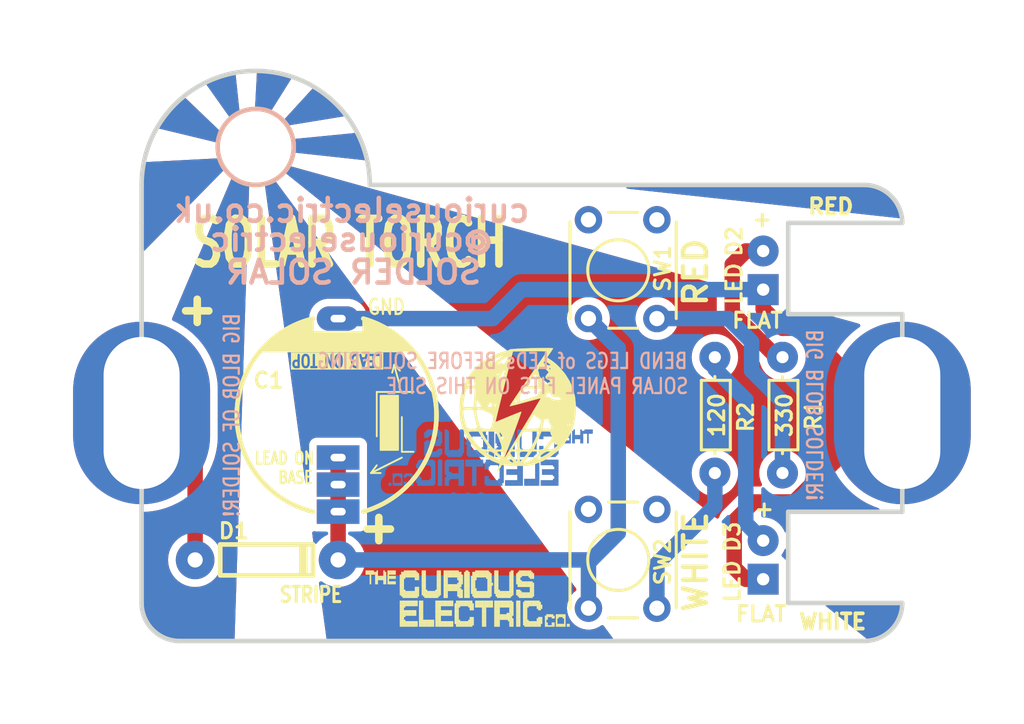
<source format=kicad_pcb>
(kicad_pcb (version 20240108) (generator "pcbnew") (generator_version "8.0")
  (layers (0 "F.Cu" signal) (31 "B.Cu" signal) (34 "B.Paste" user) (35 "F.Paste" user) (36 "B.SilkS" user "B.Silkscreen") (37 "F.SilkS" user "F.Silkscreen") (38 "B.Mask" user) (39 "F.Mask" user) (44 "Edge.Cuts" user))
  (net 0 "")
  (net 1 "GND")
  (net 2 "Net-(D1-K)")
  (net 3 "Net-(D1-A)")
  (net 4 "Net-(D2-A)")
  (net 5 "Net-(R1-Pad2)")
  (net 6 "Net-(R2-Pad2)")
  (net 7 "Net-(D3-A)")
  (footprint "REInnovationFootprint:TH_Diode_1" (layer "F.Cu") (at 112.395 67.945)
    (property "Reference" "D1")
    (property "Value" "1N5819" (hide yes))
  )
  (footprint "REInnovationFootprint:TH_Resistor_1" (layer "F.Cu") (at 146.685 58.42 -90)
    (property "Reference" "R1")
    (property "Value" "330")
  )
  (footprint "REInnovationFootprint:TH_Resistor_1" (layer "F.Cu") (at 142.24 58.42 -90)
    (property "Reference" "R2")
    (property "Value" "120")
  )
  (footprint "REInnovationFootprint:TH_FRONT_SW" (layer "F.Cu") (at 138.43 52.07 90)
    (property "Reference" "SW1")
    (property "Value" "RED")
  )
  (footprint "REInnovationFootprint:TH_FRONT_SW" (layer "F.Cu") (at 138.43 71.12 90)
    (property "Reference" "SW2")
    (property "Value" "WHITE")
  )
  (footprint "CuriousElectric3:TCEC_Words_13mm" (layer "F.Cu") (at 119.0125 68.3735)
    (property "Reference" "P3" (hide yes))
    (property "Value" "LOGO2")
  )
  (footprint "REInnovationFootprint:C_0_47F_SuperCap_3POS" (layer "F.Cu") (at 117.475 58.42 90)
    (property "Reference" "C1")
    (property "Value" "0.47F" (hide yes))
  )
  (footprint "REInnovationFootprint:TH_LED-5MM_larg_pad_90degrees" (layer "F.Cu") (at 145.415 48.895 -90)
    (property "Reference" "D2")
    (property "Value" "RED")
  )
  (footprint "REInnovationFootprint:TH_LED-5MM_larg_pad_90degrees" (layer "F.Cu") (at 145.415 67.945 -90)
    (property "Reference" "D3")
    (property "Value" "WHITE")
  )
  (footprint "REInnovationFootprint:PV_50x30mmEdgeCut" (layer "F.Cu") (at 154.559 73.279 90)
    (property "Reference" "P1" (hide yes))
    (property "Value" "SOLAR_V" (hide yes))
    (fp_line (start 27.5 -50) (end 30 -50) (stroke (width 0.3)) (layer "Edge.Cuts"))
    (fp_line (start 20 -50) (end 27.5 -50) (stroke (width 0.3)) (layer "Edge.Cuts"))
    (fp_line (start 10 -50) (end 20 -50) (stroke (width 0.3)) (layer "Edge.Cuts"))
    (fp_line (start 2.5 -50) (end 10 -50) (stroke (width 0.3)) (layer "Edge.Cuts"))
    (fp_line (start 27.5 -7.5) (end 27.5 0) (stroke (width 0.3)) (layer "Edge.Cuts"))
    (fp_line (start 21.5 -7.5) (end 27.5 -7.5) (stroke (width 0.3)) (layer "Edge.Cuts"))
    (fp_line (start 8.5 -7.5) (end 8.5 0) (stroke (width 0.3)) (layer "Edge.Cuts"))
    (fp_line (start 2.5 -7.5) (end 8.5 -7.5) (stroke (width 0.3)) (layer "Edge.Cuts"))
    (fp_line (start 30 -2.5) (end 30 -35) (stroke (width 0.3)) (layer "Edge.Cuts"))
    (fp_line (start 0 -2.5) (end 0 -47.5) (stroke (width 0.3)) (layer "Edge.Cuts"))
    (fp_line (start 21.5 0) (end 21.5 -7.5) (stroke (width 0.3)) (layer "Edge.Cuts"))
    (fp_line (start 20 0) (end 21.5 0) (stroke (width 0.3)) (layer "Edge.Cuts"))
    (fp_line (start 10 0) (end 20 0) (stroke (width 0.3)) (layer "Edge.Cuts"))
    (fp_line (start 8.5 0) (end 10 0) (stroke (width 0.3)) (layer "Edge.Cuts"))
    (fp_line (start 2.5 0) (end 2.5 -7.5) (stroke (width 0.3)) (layer "Edge.Cuts"))
    (fp_arc (start 30 -50) (mid 35.303301 -47.803301) (end 37.5 -42.5) (stroke (width 0.3)) (layer "Edge.Cuts"))
    (fp_arc (start 0 -47.5) (mid 0.732233 -49.267767) (end 2.5 -50) (stroke (width 0.3)) (layer "Edge.Cuts"))
    (fp_arc (start 37.5 -42.5) (mid 35.303301 -37.196699) (end 30 -35) (stroke (width 0.3)) (layer "Edge.Cuts"))
    (fp_arc (start 30 -2.5) (mid 29.267767 -0.732233) (end 27.5 0) (stroke (width 0.3)) (layer "Edge.Cuts"))
    (fp_arc (start 2.5 0) (mid 0.732233 -0.732233) (end 0 -2.5) (stroke (width 0.3)) (layer "Edge.Cuts"))
  )
  (footprint "REInnovationFootprint:PV_50x30mm_NoOutline" (layer "F.Cu") (at 154.559 73.279 90)
    (property "Reference" "SC1" (hide yes))
    (property "Value" "PV_CELL" (hide yes))
  )
  (footprint "CuriousElectric3:2019_011_16_CuriousElectricCompany_Logo_Round_Logo_No_words_KiCAD_10mm_PCBLogo" (layer "B.Cu") (at 129.958616 62.084665 180)
    (property "Reference" "P2" (hide yes))
    (property "Value" "LOGO1" (hide yes))
  )
  (footprint "CuriousElectric3:TCEC_Words_13mm FCu" (layer "B.Cu") (at 134.4795 59.1025 180)
    (property "Reference" "P5" (hide yes))
    (property "Value" "LOGO3" (hide yes))
  )
  (gr_text "BIG BLOB SOLDER!" (at 148.844 58.42 90) (layer "B.SilkS") (effects (font (size 1 0.8)) (justify mirror)))
  (gr_text "BEND LEGS of LEDs BEFORE SOLDERING" (at 128.27 54.864 0) (layer "B.SilkS") (effects (font (size 1 0.8)) (justify mirror)))
  (gr_text "SOLDER SOLAR" (at 118.491 49.022 0) (layer "B.SilkS") (effects (font (size 1.5 1.5) (thickness 0.3)) (justify mirror)))
  (gr_text "curiouselectric.co.uk" (at 118.364 44.958 0) (layer "B.SilkS") (effects (font (size 1.5 1.5) (thickness 0.3)) (justify mirror)))
  (gr_text "BIG BLOB OF SOLDER!" (at 110.49 58.42 90) (layer "B.SilkS") (effects (font (size 1 0.8)) (justify mirror)))
  (gr_text "@curiouselectric" (at 118.364 46.863 0) (layer "B.SilkS") (effects (font (size 1.5 1.5) (thickness 0.3)) (justify mirror)))
  (gr_text "SOLAR PANEL FITS ON THIS SIDE" (at 130.556 56.515 0) (layer "B.SilkS") (effects (font (size 1 0.8)) (justify mirror)))
  (gr_text "LED\n" (at 143.51 49.784 90) (layer "F.SilkS") (effects (font (size 1 1) (thickness 0.2) (bold yes))))
  (gr_text "SOLAR TORCH" (at 118.237 47.117 0) (layer "F.SilkS") (effects (font (size 3 2) (thickness 0.5))))
  (gr_text "GND" (at 120.65 51.308 0) (layer "F.SilkS") (effects (font (size 1 0.8))))
  (gr_text "STRIPE" (at 115.697 70.231 0) (layer "F.SilkS") (effects (font (size 1 0.8) (thickness 0.2) (bold yes))))
  (gr_text "LED\n" (at 143.383 69.342 90) (layer "F.SilkS") (effects (font (size 1 1) (thickness 0.2) (bold yes))))
  (segment (start 147.955 52.705) (end 146.685 52.705) (width 1.016) (layer "F.Cu") (net 1))
  (segment (start 146.685 52.705) (end 145.415 51.435) (width 1.016) (layer "F.Cu") (net 1))
  (segment (start 145.415 51.435) (end 145.415 50.165) (width 1.016) (layer "F.Cu") (net 1))
  (segment (start 144.272 69.215) (end 143.51 68.453) (width 1.016) (layer "F.Cu") (net 1))
  (segment (start 143.51 68.453) (end 143.51 65.405) (width 1.016) (layer "F.Cu") (net 1))
  (segment (start 143.51 65.405) (end 144.78 64.135) (width 1.016) (layer "F.Cu") (net 1))
  (segment (start 144.78 64.135) (end 147.447 64.135) (width 1.016) (layer "F.Cu") (net 1))
  (segment (start 147.447 64.135) (end 148.971 62.611) (width 1.016) (layer "F.Cu") (net 1))
  (segment (start 152.186 59.396) (end 152.186 58.279) (width 0.3) (layer "F.Cu") (net 1))
  (segment (start 150.0505 54.8005) (end 150.0505 61.5315) (width 1.016) (layer "F.Cu") (net 1))
  (segment (start 148.971 62.611) (end 150.0505 61.5315) (width 1.016) (layer "F.Cu") (net 1))
  (segment (start 149.7965 54.5465) (end 153.529 58.279) (width 1.016) (layer "F.Cu") (net 1))
  (segment (start 153.303 58.279) (end 153.529 58.279) (width 1.016) (layer "F.Cu") (net 1))
  (segment (start 153.529 58.279) (end 154.051 58.279) (width 1.016) (layer "F.Cu") (net 1))
  (segment (start 145.415 69.215) (end 144.272 69.215) (width 1.016) (layer "F.Cu") (net 1))
  (segment (start 147.955 52.705) (end 149.7965 54.5465) (width 1.016) (layer "F.Cu") (net 1))
  (segment (start 150.0505 61.5315) (end 153.303 58.279) (width 1.016) (layer "F.Cu") (net 1))
  (segment (start 152.186 58.279) (end 152.186 56.936) (width 0.3) (layer "F.Cu") (net 1))
  (segment (start 149.7965 54.5465) (end 150.0505 54.8005) (width 1.016) (layer "F.Cu") (net 1))
  (segment (start 154.559 58.279) (end 153.303 58.279) (width 1.016) (layer "F.Cu") (net 1))
  (segment (start 145.415 50.165) (end 129.54 50.165) (width 1.016) (layer "B.Cu") (net 1))
  (segment (start 127.635 52.07) (end 117.475 52.07) (width 1.016) (layer "B.Cu") (net 1))
  (segment (start 129.54 50.165) (end 127.635 52.07) (width 1.016) (layer "B.Cu") (net 1))
  (segment (start 117.475 67.945) (end 117.475 64.77) (width 1.016) (layer "F.Cu") (net 2))
  (segment (start 117.475 64.77) (end 117.475 60.96) (width 1.016) (layer "F.Cu") (net 2))
  (segment (start 134.112 67.945) (end 135.89 66.167) (width 1.016) (layer "B.Cu") (net 2))
  (segment (start 117.475 67.945) (end 134.112 67.945) (width 1.016) (layer "B.Cu") (net 2))
  (segment (start 133.93 71.12) (end 133.93 68.127) (width 1.016) (layer "B.Cu") (net 2))
  (segment (start 135.89 54.03) (end 133.93 52.07) (width 1.016) (layer "B.Cu") (net 2))
  (segment (start 133.93 52.07) (end 134.112 52.07) (width 0.3) (layer "B.Cu") (net 2))
  (segment (start 133.93 68.127) (end 134.112 67.945) (width 1.016) (layer "B.Cu") (net 2))
  (segment (start 135.89 66.167) (end 135.89 54.03) (width 1.016) (layer "B.Cu") (net 2))
  (segment (start 133.93 71.12) (end 133.93 70.54) (width 1.016) (layer "B.Cu") (net 2))
  (segment (start 108.077 59.17) (end 107.186 58.279) (width 0.3) (layer "F.Cu") (net 3))
  (segment (start 108.077 59.17) (end 107.186 58.279) (width 0.5) (layer "F.Cu") (net 3))
  (segment (start 108.077 61.797) (end 104.559 58.279) (width 1.016) (layer "F.Cu") (net 3))
  (segment (start 108.077 67.945) (end 108.077 62.865) (width 1.016) (layer "F.Cu") (net 3))
  (segment (start 108.077 62.865) (end 105.067 59.855) (width 1.016) (layer "F.Cu") (net 3))
  (segment (start 105.067 59.855) (end 105.067 58.279) (width 1.016) (layer "F.Cu") (net 3))
  (segment (start 108.077 62.865) (end 108.077 61.797) (width 1.016) (layer "F.Cu") (net 3))
  (segment (start 146.304 54.61) (end 143.383 51.689) (width 1.016) (layer "F.Cu") (net 4))
  (segment (start 143.383 51.689) (end 143.383 48.514) (width 1.016) (layer "F.Cu") (net 4))
  (segment (start 143.383 48.514) (end 144.272 47.625) (width 1.016) (layer "F.Cu") (net 4))
  (segment (start 144.272 47.625) (end 145.415 47.625) (width 1.016) (layer "F.Cu") (net 4))
  (segment (start 146.685 54.61) (end 146.304 54.61) (width 0.3) (layer "F.Cu") (net 4))
  (segment (start 143.129 52.07) (end 144.653 53.594) (width 1.016) (layer "B.Cu") (net 5))
  (segment (start 144.653 53.594) (end 144.653 55.499) (width 1.016) (layer "B.Cu") (net 5))
  (segment (start 146.685 57.531) (end 144.653 55.499) (width 1.016) (layer "B.Cu") (net 5))
  (segment (start 138.43 52.07) (end 143.129 52.07) (width 1.016) (layer "B.Cu") (net 5))
  (segment (start 146.685 62.23) (end 146.685 57.531) (width 1.016) (layer "B.Cu") (net 5))
  (segment (start 138.43 68.199) (end 142.24 64.389) (width 1.016) (layer "B.Cu") (net 6))
  (segment (start 142.24 64.389) (end 142.24 62.23) (width 1.016) (layer "B.Cu") (net 6))
  (segment (start 138.43 71.12) (end 138.43 68.199) (width 1.016) (layer "B.Cu") (net 6))
  (segment (start 142.24 55.372) (end 144.272 57.404) (width 1.016) (layer "B.Cu") (net 7))
  (segment (start 144.272 57.404) (end 144.272 65.532) (width 1.016) (layer "B.Cu") (net 7))
  (segment (start 144.272 65.532) (end 145.415 66.675) (width 1.016) (layer "B.Cu") (net 7))
  (segment (start 142.24 54.61) (end 142.24 55.372) (width 0.3) (layer "B.Cu") (net 7))
  (zone (net 0) (net_name "") (layer "F.Cu") (connect_pads (clearance 0.508)) (min_thickness 0.254) (fill yes (thermal_gap 0.508) (thermal_bridge_width 0.508))
    (polygon (pts (xy 114.554 40.259) (xy 114.554 41.148) (xy 162.56 46.355) (xy 162.56 35.56)))
  )
  (zone (net 0) (net_name "") (layer "F.Cu") (connect_pads (clearance 0.508)) (min_thickness 0.254) (fill yes (thermal_gap 0.508) (thermal_bridge_width 0.508))
    (polygon (pts (xy 161.925 55.245) (xy 153.67 74.295) (xy 113.919 42.418) (xy 114.3 42.037)))
  )
  (zone (net 0) (net_name "") (layer "F.Cu") (connect_pads (clearance 0.508)) (min_thickness 0.254) (fill yes (thermal_gap 0.508) (thermal_bridge_width 0.508))
    (polygon (pts (xy 139.7 78.74) (xy 117.475 78.74) (xy 112.649 43.18) (xy 113.284 42.926)))
  )
  (zone (net 0) (net_name "") (layer "F.Cu") (connect_pads (clearance 0.508)) (min_thickness 0.254) (fill yes (thermal_gap 0.508) (thermal_bridge_width 0.508))
    (polygon (pts (xy 111.633 43.18) (xy 110.49 78.74) (xy 95.25 78.74) (xy 110.49 42.799)))
  )
  (zone (net 0) (net_name "") (layer "F.Cu") (connect_pads (clearance 0.508)) (min_thickness 0.254) (fill yes (thermal_gap 0.508) (thermal_bridge_width 0.508))
    (polygon (pts (xy 109.982 42.291) (xy 101.6 50.8) (xy 102.235 41.91) (xy 109.601 41.529)))
  )
  (zone (net 0) (net_name "") (layer "F.Cu") (connect_pads (clearance 0.508)) (min_thickness 0.254) (fill yes (thermal_gap 0.508) (thermal_bridge_width 0.508))
    (polygon (pts (xy 109.728 39.751) (xy 109.601 40.513) (xy 102.235 38.735) (xy 106.68 36.83)))
  )
  (zone (net 0) (net_name "") (layer "F.Cu") (connect_pads (clearance 0.508)) (min_thickness 0.254) (fill yes (thermal_gap 0.508) (thermal_bridge_width 0.508))
    (polygon (pts (xy 110.998 38.481) (xy 110.363 38.862) (xy 106.68 33.655) (xy 110.49 33.655)))
  )
  (zone (net 0) (net_name "") (layer "F.Cu") (connect_pads (clearance 0.508)) (min_thickness 0.254) (fill yes (thermal_gap 0.508) (thermal_bridge_width 0.508))
    (polygon (pts (xy 116.84 32.385) (xy 113.03 38.481) (xy 112.014 38.227) (xy 112.395 31.115)))
  )
  (zone (net 0) (net_name "") (layer "F.Cu") (connect_pads (clearance 0.508)) (min_thickness 0.254) (fill yes (thermal_gap 0.508) (thermal_bridge_width 0.508))
    (polygon (pts (xy 121.92 38.1) (xy 114.173 39.37) (xy 113.919 38.989) (xy 119.38 33.02)))
  )
  (zone (net 0) (net_name "") (layer "B.Cu") (connect_pads (clearance 0.508)) (min_thickness 0.254) (fill yes (thermal_gap 0.508) (thermal_bridge_width 0.508))
    (polygon (pts (xy 139.7 78.74) (xy 117.475 78.74) (xy 112.649 43.18) (xy 113.284 42.926)))
  )
  (zone (net 0) (net_name "") (layer "B.Cu") (connect_pads (clearance 0.508)) (min_thickness 0.254) (fill yes (thermal_gap 0.508) (thermal_bridge_width 0.508))
    (polygon (pts (xy 111.633 43.18) (xy 110.49 78.74) (xy 95.25 78.74) (xy 110.49 42.799)))
  )
  (zone (net 0) (net_name "") (layer "B.Cu") (connect_pads (clearance 0.508)) (min_thickness 0.254) (fill yes (thermal_gap 0.508) (thermal_bridge_width 0.508))
    (polygon (pts (xy 110.998 38.481) (xy 110.363 38.862) (xy 106.68 33.655) (xy 110.49 33.655)))
  )
  (zone (net 0) (net_name "") (layer "B.Cu") (connect_pads (clearance 0.508)) (min_thickness 0.254) (fill yes (thermal_gap 0.508) (thermal_bridge_width 0.508))
    (polygon (pts (xy 116.84 32.385) (xy 113.03 38.481) (xy 112.014 38.227) (xy 112.395 31.115)))
  )
  (zone (net 0) (net_name "") (layer "B.Cu") (connect_pads (clearance 0.508)) (min_thickness 0.254) (fill yes (thermal_gap 0.508) (thermal_bridge_width 0.508))
    (polygon (pts (xy 161.925 55.245) (xy 153.67 74.295) (xy 113.919 42.418) (xy 114.3 42.037)))
  )
  (zone (net 0) (net_name "") (layer "B.Cu") (connect_pads (clearance 0.508)) (min_thickness 0.254) (fill yes (thermal_gap 0.508) (thermal_bridge_width 0.508))
    (polygon (pts (xy 109.728 39.751) (xy 109.601 40.513) (xy 102.235 38.735) (xy 106.68 36.83)))
  )
  (zone (net 0) (net_name "") (layer "B.Cu") (connect_pads (clearance 0.508)) (min_thickness 0.254) (fill yes (thermal_gap 0.508) (thermal_bridge_width 0.508))
    (polygon (pts (xy 121.92 38.1) (xy 114.173 39.37) (xy 113.919 38.989) (xy 119.38 33.02)))
  )
  (zone (net 0) (net_name "") (layer "B.Cu") (connect_pads (clearance 0.508)) (min_thickness 0.254) (fill yes (thermal_gap 0.508) (thermal_bridge_width 0.508))
    (polygon (pts (xy 114.554 40.259) (xy 114.554 41.148) (xy 162.56 46.355) (xy 162.56 35.56)))
  )
  (zone (net 0) (net_name "") (layer "B.Cu") (connect_pads (clearance 0.508)) (min_thickness 0.254) (fill yes (thermal_gap 0.508) (thermal_bridge_width 0.508))
    (polygon (pts (xy 109.982 42.291) (xy 101.6 50.8) (xy 102.235 41.91) (xy 109.601 41.529)))
  )
)
</source>
